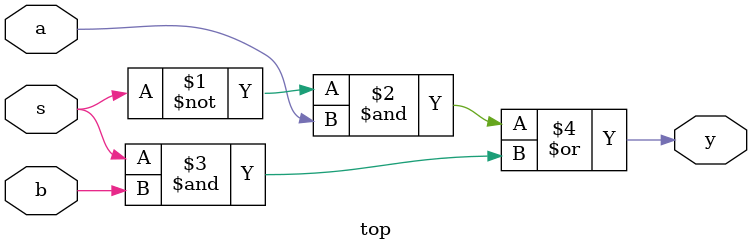
<source format=v>
module top(input a,input b,input s,output y);
     assign  y = (~s&a)|(s&b);
endmodule
</source>
